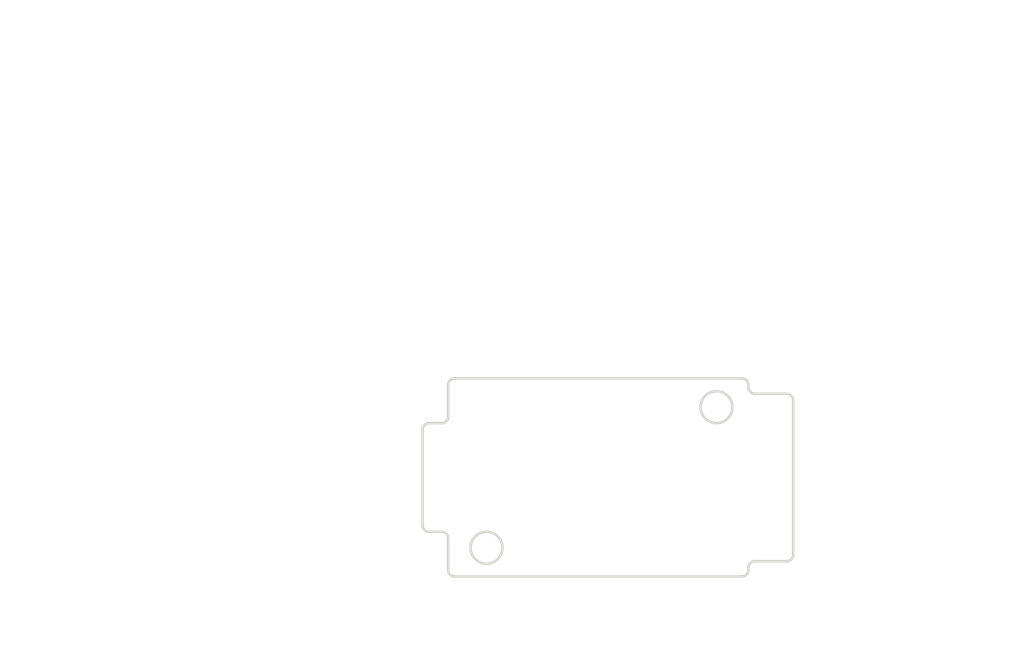
<source format=kicad_pcb>
(kicad_pcb (version 20221018) (generator pcbnew)

  (general
    (thickness 1.6)
  )

  (paper "A4")
  (layers
    (0 "F.Cu" signal)
    (31 "B.Cu" signal)
    (32 "B.Adhes" user "B.Adhesive")
    (33 "F.Adhes" user "F.Adhesive")
    (34 "B.Paste" user)
    (35 "F.Paste" user)
    (36 "B.SilkS" user "B.Silkscreen")
    (37 "F.SilkS" user "F.Silkscreen")
    (38 "B.Mask" user)
    (39 "F.Mask" user)
    (40 "Dwgs.User" user "User.Drawings")
    (41 "Cmts.User" user "User.Comments")
    (42 "Eco1.User" user "User.Eco1")
    (43 "Eco2.User" user "User.Eco2")
    (44 "Edge.Cuts" user)
    (45 "Margin" user)
    (46 "B.CrtYd" user "B.Courtyard")
    (47 "F.CrtYd" user "F.Courtyard")
    (48 "B.Fab" user)
    (49 "F.Fab" user)
  )

  (setup
    (pad_to_mask_clearance 0.051)
    (solder_mask_min_width 0.25)
    (pcbplotparams
      (layerselection 0x00010fc_ffffffff)
      (plot_on_all_layers_selection 0x0000000_00000000)
      (disableapertmacros false)
      (usegerberextensions false)
      (usegerberattributes false)
      (usegerberadvancedattributes false)
      (creategerberjobfile false)
      (dashed_line_dash_ratio 12.000000)
      (dashed_line_gap_ratio 3.000000)
      (svgprecision 4)
      (plotframeref false)
      (viasonmask false)
      (mode 1)
      (useauxorigin false)
      (hpglpennumber 1)
      (hpglpenspeed 20)
      (hpglpendiameter 15.000000)
      (dxfpolygonmode true)
      (dxfimperialunits true)
      (dxfusepcbnewfont true)
      (psnegative false)
      (psa4output false)
      (plotreference true)
      (plotvalue true)
      (plotinvisibletext false)
      (sketchpadsonfab false)
      (subtractmaskfromsilk false)
      (outputformat 1)
      (mirror false)
      (drillshape 1)
      (scaleselection 1)
      (outputdirectory "")
    )
  )

  (net 0 "")

  (gr_line (start 176.996868 104.086606) (end 176.996868 101.894041)
    (stroke (width 0.2) (type solid)) (layer "Dwgs.User") (tstamp 048c154e-03c0-4812-93ee-42a95abd7c2f))
  (gr_line (start 104.14474 86.864274) (end 106.14474 86.864274)
    (stroke (width 0.2) (type solid)) (layer "Dwgs.User") (tstamp 0d56b93e-c45d-43ec-863b-5f72a59c5f07))
  (gr_line (start 168.675769 102.886606) (end 168.675769 101.894621)
    (stroke (width 0.2) (type solid)) (layer "Dwgs.User") (tstamp 11b8cc7b-489f-4c12-8f97-42cb6102711d))
  (gr_line (start 118.670044 84.303938) (end 120.670044 84.303938)
    (stroke (width 0.2) (type solid)) (layer "Dwgs.User") (tstamp 19f723c6-3c94-451a-8df7-6c0d3cf74b29))
  (gr_line (start 133.442012 102.586606) (end 108.341023 102.586606)
    (stroke (width 0.2) (type solid)) (layer "Dwgs.User") (tstamp 214293ef-190c-4b79-b16a-ff0f24536f6f))
  (gr_line (start 111.516023 94.086606) (end 111.516023 88.114274)
    (stroke (width 0.2) (type solid)) (layer "Dwgs.User") (tstamp 215a2802-7e8e-4a38-9afc-066089d43358))
  (gr_line (start 137.942012 69.826534) (end 140.175374 69.826534)
    (stroke (width 0.2) (type solid)) (layer "Dwgs.User") (tstamp 248d4721-8f79-4f9e-90f9-06ff083f1857))
  (gr_line (start 155.942012 92.836606) (end 115.495044 92.836606)
    (stroke (width 0.2) (type solid)) (layer "Dwgs.User") (tstamp 285bc86f-d3ee-44bd-acce-013091bc2a12))
  (gr_line (start 118.670044 94.836606) (end 118.670044 96.836606)
    (stroke (width 0.2) (type solid)) (layer "Dwgs.User") (tstamp 36d3c558-1705-4a41-bfa9-24388e69cddd))
  (gr_line (start 135.942012 90.086606) (end 135.942012 66.651534)
    (stroke (width 0.2) (type solid)) (layer "Dwgs.User") (tstamp 38aa5430-42ae-4e18-b523-24517653bacf))
  (gr_line (start 157.442012 69.826534) (end 148.264596 69.826534)
    (stroke (width 0.2) (type solid)) (layer "Dwgs.User") (tstamp 397ea7d4-7ce1-4c4b-8897-6232a61dab0c))
  (gr_line (start 163.442012 91.786606) (end 171.850769 91.786606)
    (stroke (width 0.2) (type solid)) (layer "Dwgs.User") (tstamp 3db826da-917d-460c-8f64-0f569a343d01))
  (gr_line (start 138.942012 103.926606) (end 138.942012 103.746606)
    (stroke (width 0.2) (type solid)) (layer "Dwgs.User") (tstamp 3e3f755f-3cbe-49a0-af71-d9d71cc29601))
  (gr_line (start 133.942012 93.586606) (end 133.942012 61.071702)
    (stroke (width 0.2) (type solid)) (layer "Dwgs.User") (tstamp 419eec58-3487-4ff6-88a0-62aacca2206c))
  (gr_line (start 156.942012 91.836606) (end 156.942012 72.985398)
    (stroke (width 0.2) (type solid)) (layer "Dwgs.User") (tstamp 45a2c323-d15f-4dd9-83b5-ad809e9b3f97))
  (gr_line (start 140.942012 85.208775) (end 142.942012 85.208775)
    (stroke (width 0.2) (type solid)) (layer "Dwgs.User") (tstamp 46c87f2a-9e34-4057-9b8b-a1ef08d16e41))
  (gr_line (start 176.996868 92.586606) (end 176.996868 94.779171)
    (stroke (width 0.2) (type solid)) (layer "Dwgs.User") (tstamp 48c6b5bc-c536-4014-9616-64d05be99a43))
  (gr_line (start 155.942012 92.836606) (end 100.96974 92.836606)
    (stroke (width 0.2) (type solid)) (layer "Dwgs.User") (tstamp 513cb7da-885a-4431-851b-2765c8269146))
  (gr_line (start 154.942012 76.160398) (end 151.986623 76.160398)
    (stroke (width 0.2) (type solid)) (layer "Dwgs.User") (tstamp 62365411-b4a8-4589-9990-f30a4fce0bb0))
  (gr_line (start 144.010366 110.366097) (end 140.934834 106.403932)
    (stroke (width 0.2) (type solid)) (layer "Dwgs.User") (tstamp 678d1dd2-e2d9-4945-95c7-cead09271207))
  (gr_line (start 137.942012 103.836606) (end 100.96974 103.836606)
    (stroke (width 0.2) (type solid)) (layer "Dwgs.User") (tstamp 6e296c67-731d-40fa-94a3-97fe9dbdfb6b))
  (gr_line (start 160.942012 64.246702) (end 157.557703 64.246702)
    (stroke (width 0.2) (type solid)) (layer "Dwgs.User") (tstamp 743c4341-7e64-40bf-b97b-de2cb6cb6e61))
  (gr_line (start 163.442012 104.886606) (end 171.850769 104.886606)
    (stroke (width 0.2) (type solid)) (layer "Dwgs.User") (tstamp 7d417af8-6689-4af5-b76b-ec16b927d095))
  (gr_line (start 135.442012 90.586606) (end 115.495044 90.586606)
    (stroke (width 0.2) (type solid)) (layer "Dwgs.User") (tstamp 80f12a68-0eb1-4dc5-b923-552c2352cb0e))
  (gr_line (start 131.942012 85.208775) (end 129.942012 85.208775)
    (stroke (width 0.2) (type solid)) (layer "Dwgs.User") (tstamp 8b76a919-18ea-4907-9e98-0d73abeb5267))
  (gr_line (start 140.942012 76.160398) (end 143.897401 76.160398)
    (stroke (width 0.2) (type solid)) (layer "Dwgs.User") (tstamp 8ce31ea6-30fa-4f10-930e-fc6e8cc17fb8))
  (gr_line (start 133.442012 94.086606) (end 108.341023 94.086606)
    (stroke (width 0.2) (type solid)) (layer "Dwgs.User") (tstamp 92151255-0490-4602-9574-5e95cd1149ea))
  (gr_line (start 159.942012 90.586606) (end 180.171868 90.586606)
    (stroke (width 0.2) (type solid)) (layer "Dwgs.User") (tstamp 93582827-b8da-4ac7-9cc2-4c3b46ff4b60))
  (gr_line (start 146.010366 110.366097) (end 144.010366 110.366097)
    (stroke (width 0.2) (type solid)) (layer "Dwgs.User") (tstamp a30ed8e7-8410-4a32-81cb-eb9797e53015))
  (gr_line (start 111.516023 88.114274) (end 113.516023 88.114274)
    (stroke (width 0.2) (type solid)) (layer "Dwgs.User") (tstamp a8f47027-7187-45fb-a7ff-3d27e441cd8d))
  (gr_line (start 111.516023 100.586606) (end 111.516023 96.086606)
    (stroke (width 0.2) (type solid)) (layer "Dwgs.User") (tstamp aa92c829-45c3-497a-a307-56cebd598069))
  (gr_line (start 138.942012 102.836606) (end 138.942012 72.985398)
    (stroke (width 0.2) (type solid)) (layer "Dwgs.User") (tstamp abeb6d1c-f7c1-40f5-a326-0c8482b2c546))
  (gr_line (start 118.670044 88.586606) (end 118.670044 84.303938)
    (stroke (width 0.2) (type solid)) (layer "Dwgs.User") (tstamp ac598a01-42e8-4bb1-97d1-d3181c35b110))
  (gr_line (start 104.14474 92.836606) (end 104.14474 86.864274)
    (stroke (width 0.2) (type solid)) (layer "Dwgs.User") (tstamp b4ab6f84-2bad-4837-857e-696331dd2891))
  (gr_line (start 138.852012 103.836606) (end 139.032012 103.836606)
    (stroke (width 0.2) (type solid)) (layer "Dwgs.User") (tstamp b928dda3-38be-4832-9502-898d2f4abdb4))
  (gr_line (start 162.942012 91.286606) (end 162.942012 61.071702)
    (stroke (width 0.2) (type solid)) (layer "Dwgs.User") (tstamp cb549a6a-8598-4fe9-8b6e-8e76a7e1fc52))
  (gr_line (start 104.14474 101.836606) (end 104.14474 94.836606)
    (stroke (width 0.2) (type solid)) (layer "Dwgs.User") (tstamp cdaef161-4354-4cde-8394-1065cd93e755))
  (gr_line (start 135.942012 64.246702) (end 149.468481 64.246702)
    (stroke (width 0.2) (type solid)) (layer "Dwgs.User") (tstamp d2473eda-68ab-4a1e-b10b-ba0561eb112f))
  (gr_line (start 138.942012 102.836606) (end 138.942012 82.033775)
    (stroke (width 0.2) (type solid)) (layer "Dwgs.User") (tstamp dc79ae1a-9874-4ac1-98db-10f74ac5728c))
  (gr_line (start 133.942012 93.586606) (end 133.942012 82.033775)
    (stroke (width 0.2) (type solid)) (layer "Dwgs.User") (tstamp e384e14b-0b8a-42cb-85b5-359f0a8e8bee))
  (gr_line (start 159.442012 90.086606) (end 159.442012 66.651534)
    (stroke (width 0.2) (type solid)) (layer "Dwgs.User") (tstamp f0731f98-c583-4884-814f-cd2706a23686))
  (gr_line (start 159.942012 106.086606) (end 180.171868 106.086606)
    (stroke (width 0.2) (type solid)) (layer "Dwgs.User") (tstamp fef90afc-c052-43b2-aa9d-383fb2dcf709))
  (gr_line (start 168.675769 93.786606) (end 168.675769 94.778591)
    (stroke (width 0.2) (type solid)) (layer "Dwgs.User") (tstamp ffa95d79-afdc-41bf-9f89-8c5827a2d3e9))
  (gr_arc (start 159.442012 105.386606) (mid 159.588459 105.033053) (end 159.942012 104.886606)
    (stroke (width 0.2) (type solid)) (layer "Edge.Cuts") (tstamp 0831befd-1661-4742-805d-498608c2e54b))
  (gr_line (start 135.442012 94.086606) (end 134.442012 94.086606)
    (stroke (width 0.2) (type solid)) (layer "Edge.Cuts") (tstamp 15bb6c8f-1b27-4857-afa3-7e6fe466240e))
  (gr_arc (start 134.442012 102.586606) (mid 134.088459 102.440159) (end 133.942012 102.086606)
    (stroke (width 0.2) (type solid)) (layer "Edge.Cuts") (tstamp 1a29589d-2908-4374-b7a8-c1e46fc9b25f))
  (gr_line (start 136.442012 106.086606) (end 158.942012 106.086606)
    (stroke (width 0.2) (type solid)) (layer "Edge.Cuts") (tstamp 1c4d142a-54ea-43b6-9968-376a23dfab34))
  (gr_arc (start 135.942012 91.086606) (mid 136.088459 90.733053) (end 136.442012 90.586606)
    (stroke (width 0.2) (type solid)) (layer "Edge.Cuts") (tstamp 21c1965d-df45-4f6a-8325-b1dca953e5ce))
  (gr_arc (start 159.442012 105.586606) (mid 159.295565 105.940159) (end 158.942012 106.086606)
    (stroke (width 0.2) (type solid)) (layer "Edge.Cuts") (tstamp 495b9e4a-1449-4c4a-9da9-20421b878c88))
  (gr_arc (start 135.442012 102.586606) (mid 135.795565 102.733053) (end 135.942012 103.086606)
    (stroke (width 0.2) (type solid)) (layer "Edge.Cuts") (tstamp 4edeeb08-7cb5-4058-8980-1db3f23196d1))
  (gr_line (start 158.942012 90.586606) (end 136.442012 90.586606)
    (stroke (width 0.2) (type solid)) (layer "Edge.Cuts") (tstamp 4f32e770-f094-403a-a736-b22ce007cf70))
  (gr_arc (start 135.942012 93.586606) (mid 135.795565 93.940159) (end 135.442012 94.086606)
    (stroke (width 0.2) (type solid)) (layer "Edge.Cuts") (tstamp 675a8a1d-bcc2-4950-becc-154f3d64ec30))
  (gr_line (start 135.942012 91.086606) (end 135.942012 93.586606)
    (stroke (width 0.2) (type solid)) (layer "Edge.Cuts") (tstamp 733896c9-dddb-4025-b2a4-f5b6d1ccbf24))
  (gr_line (start 159.442012 91.286606) (end 159.442012 91.086606)
    (stroke (width 0.2) (type solid)) (layer "Edge.Cuts") (tstamp 78be7287-1339-4647-ac7f-6cff1c5fde1d))
  (gr_line (start 162.942012 104.386606) (end 162.942012 92.286606)
    (stroke (width 0.2) (type solid)) (layer "Edge.Cuts") (tstamp 90b5f0dc-7f82-4f7a-813b-99d6875c08d2))
  (gr_arc (start 133.942012 94.586606) (mid 134.088459 94.233053) (end 134.442012 94.086606)
    (stroke (width 0.2) (type solid)) (layer "Edge.Cuts") (tstamp 971b749d-7eed-4c84-b6f5-c54e92e5e769))
  (gr_arc (start 158.942012 90.586606) (mid 159.295565 90.733053) (end 159.442012 91.086606)
    (stroke (width 0.2) (type solid)) (layer "Edge.Cuts") (tstamp 974afa5e-a8d7-480f-948d-08b406998b5f))
  (gr_line (start 133.942012 94.586606) (end 133.942012 102.086606)
    (stroke (width 0.2) (type solid)) (layer "Edge.Cuts") (tstamp a5299ef9-2d90-4079-983d-6178dc00b9a9))
  (gr_line (start 134.442012 102.586606) (end 135.442012 102.586606)
    (stroke (width 0.2) (type solid)) (layer "Edge.Cuts") (tstamp adb070d8-3dd5-4186-ada2-e0ca2af6c8f1))
  (gr_line (start 135.942012 103.086606) (end 135.942012 105.586606)
    (stroke (width 0.2) (type solid)) (layer "Edge.Cuts") (tstamp b8030e6b-f8e2-4005-aa3c-1f0091706ab5))
  (gr_line (start 162.442012 91.786606) (end 159.942012 91.786606)
    (stroke (width 0.2) (type solid)) (layer "Edge.Cuts") (tstamp bafed734-94fb-4ceb-aee0-3f30e9aca1c7))
  (gr_arc (start 162.442012 91.786606) (mid 162.795565 91.933053) (end 162.942012 92.286606)
    (stroke (width 0.2) (type solid)) (layer "Edge.Cuts") (tstamp c361f482-b1f9-4345-9bcf-f29a121533c7))
  (gr_circle (center 156.942012 92.836606) (end 158.192012 92.836606)
    (stroke (width 0.2) (type solid)) (fill none) (layer "Edge.Cuts") (tstamp da3791a7-d552-40c2-b8e2-a7ed6abe828b))
  (gr_line (start 159.942012 104.886606) (end 162.442012 104.886606)
    (stroke (width 0.2) (type solid)) (layer "Edge.Cuts") (tstamp dcac1b18-8bed-4ae1-aa47-ebb788614c7d))
  (gr_circle (center 138.942012 103.836606) (end 140.192012 103.836606)
    (stroke (width 0.2) (type solid)) (fill none) (layer "Edge.Cuts") (tstamp dfa32ff4-8451-4add-90ef-1f666c515663))
  (gr_arc (start 136.442012 106.086606) (mid 136.088459 105.940159) (end 135.942012 105.586606)
    (stroke (width 0.2) (type solid)) (layer "Edge.Cuts") (tstamp e0e5cf11-89f9-444f-9974-6f2e7b63107d))
  (gr_arc (start 159.942012 91.786606) (mid 159.588459 91.640159) (end 159.442012 91.286606)
    (stroke (width 0.2) (type solid)) (layer "Edge.Cuts") (tstamp e1b48863-d0e1-4022-9dfd-9578e9eb2b3b))
  (gr_arc (start 162.942012 104.386606) (mid 162.795565 104.740159) (end 162.442012 104.886606)
    (stroke (width 0.2) (type solid)) (layer "Edge.Cuts") (tstamp e5761596-0aba-4bfc-ac54-fa4117d5ef6e))
  (gr_line (start 159.442012 105.586606) (end 159.442012 105.386606)
    (stroke (width 0.2) (type solid)) (layer "Edge.Cuts") (tstamp fb6a24de-c8ec-4394-96ba-ed97c6abebba))
  (gr_text " 29.00" (at 153.513092 62.578727) (layer "Dwgs.User") (tstamp 20e78a25-3114-40af-b967-4fcae1c19cfc)
    (effects (font (size 1.7 1.53) (thickness 0.2125)))
  )
  (gr_text " 11.00" (at 110.189352 85.1963) (layer "Dwgs.User") (tstamp 24a3ac5b-b430-4731-8085-64039e39c5fb)
    (effects (font (size 1.7 1.53) (thickness 0.2125)))
  )
  (gr_text " 2.25" (at 124.06353 82.635963) (layer "Dwgs.User") (tstamp 2a208338-9396-4dd1-b042-4d1245198d9f)
    (effects (font (size 1.7 1.53) (thickness 0.2125)))
  )
  (gr_text "[.93]" (at 144.219985 71.715995) (layer "Dwgs.User") (tstamp 375870c1-a1ec-4f80-b2f8-dbff76523409)
    (effects (font (size 1.7 1.53) (thickness 0.2125)))
  )
  (gr_text " 15.50" (at 176.996868 96.668632) (layer "Dwgs.User") (tstamp 4a8be275-71ba-4b62-9e06-2c715b855e7e)
    (effects (font (size 1.7 1.53) (thickness 0.2125)))
  )
  (gr_text "[.33]" (at 116.900231 90.003735) (layer "Dwgs.User") (tstamp 572f38a9-2b22-4b82-bf94-29001659749e)
    (effects (font (size 1.7 1.53) (thickness 0.2125)))
  )
  (gr_text "[.71]" (at 147.942012 78.049859) (layer "Dwgs.User") (tstamp 6ea9227d-1041-41db-b8f3-6e0f540b71d0)
    (effects (font (size 1.7 1.53) (thickness 0.2125)))
  )
  (gr_text " 5.00" (at 146.326221 83.540801) (layer "Dwgs.User") (tstamp 89a3378a-d375-42cd-8062-10453e40f1e2)
    (effects (font (size 1.7 1.53) (thickness 0.2125)))
  )
  (gr_text " 8.50" (at 116.900231 86.4463) (layer "Dwgs.User") (tstamp 8f2aef6a-ecb5-497b-8703-874bd6fb50f1)
    (effects (font (size 1.7 1.53) (thickness 0.2125)))
  )
  (gr_text " ∅2.50\n[∅0.10]" (at 150.547235 110.366097) (layer "Dwgs.User") (tstamp adf0343f-c336-4d13-a552-dc0d6d6fa320)
    (effects (font (size 1.7 1.53) (thickness 0.2125)))
  )
  (gr_text " 23.50" (at 144.219985 68.15798) (layer "Dwgs.User") (tstamp afd4656f-f78b-46ca-aa36-679fc93c39c2)
    (effects (font (size 1.7 1.53) (thickness 0.2125)))
  )
  (gr_text " 13.10" (at 168.675769 96.668052) (layer "Dwgs.User") (tstamp b07b9b34-ab76-490e-858a-0d773d4e6d03)
    (effects (font (size 1.7 1.53) (thickness 0.2125)))
  )
  (gr_text " 18.00" (at 147.942012 74.492424) (layer "Dwgs.User") (tstamp b6ca9e82-3141-4f0a-9991-c632456c0108)
    (effects (font (size 1.7 1.53) (thickness 0.2125)))
  )
  (gr_text "[.61]" (at 176.996868 100.226067) (layer "Dwgs.User") (tstamp b972089d-cc1a-4e45-812d-c01311a354cc)
    (effects (font (size 1.7 1.53) (thickness 0.2125)))
  )
  (gr_text "[.52]" (at 168.675769 100.226067) (layer "Dwgs.User") (tstamp bf37caa3-fbe8-4dde-8486-81348b93ade9)
    (effects (font (size 1.7 1.53) (thickness 0.2125)))
  )
  (gr_text "[.43]" (at 110.189352 88.753735) (layer "Dwgs.User") (tstamp c4e3ebee-2954-4ce5-bed4-37627e76b9ff)
    (effects (font (size 1.7 1.53) (thickness 0.2125)))
  )
  (gr_text "[.09]" (at 124.06353 86.193399) (layer "Dwgs.User") (tstamp d7e1dc4a-9b38-451f-916b-d51a62ed7292)
    (effects (font (size 1.7 1.53) (thickness 0.2125)))
  )
  (gr_text "[1.14]" (at 153.513092 66.136163) (layer "Dwgs.User") (tstamp e075cff7-c2b3-4f64-9a9e-af0eeefe7ea5)
    (effects (font (size 1.7 1.53) (thickness 0.2125)))
  )
  (gr_text "[.20]" (at 146.326221 87.098236) (layer "Dwgs.User") (tstamp f15be399-934f-46a9-82f7-c47e1b4395e7)
    (effects (font (size 1.7 1.53) (thickness 0.2125)))
  )

)

</source>
